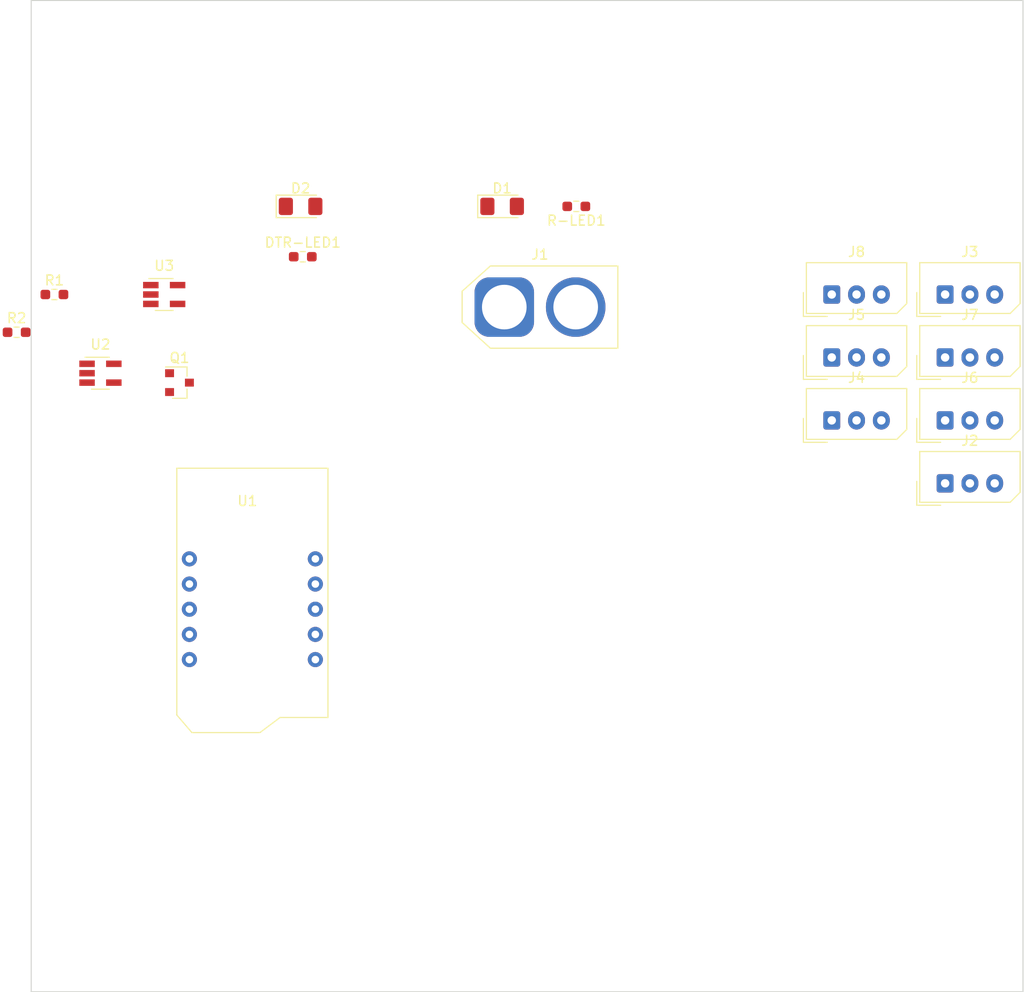
<source format=kicad_pcb>
(kicad_pcb (version 20171130) (host pcbnew 5.1.6-c6e7f7d~87~ubuntu20.04.1)

  (general
    (thickness 1.6)
    (drawings 4)
    (tracks 0)
    (zones 0)
    (modules 18)
    (nets 12)
  )

  (page A4)
  (layers
    (0 F.Cu signal)
    (31 B.Cu signal)
    (32 B.Adhes user)
    (33 F.Adhes user)
    (34 B.Paste user)
    (35 F.Paste user)
    (36 B.SilkS user)
    (37 F.SilkS user)
    (38 B.Mask user)
    (39 F.Mask user)
    (40 Dwgs.User user)
    (41 Cmts.User user)
    (42 Eco1.User user)
    (43 Eco2.User user)
    (44 Edge.Cuts user)
    (45 Margin user)
    (46 B.CrtYd user)
    (47 F.CrtYd user)
    (48 B.Fab user)
    (49 F.Fab user)
  )

  (setup
    (last_trace_width 0.25)
    (trace_clearance 0.2)
    (zone_clearance 0.508)
    (zone_45_only no)
    (trace_min 0.2)
    (via_size 0.8)
    (via_drill 0.4)
    (via_min_size 0.4)
    (via_min_drill 0.3)
    (uvia_size 0.3)
    (uvia_drill 0.1)
    (uvias_allowed no)
    (uvia_min_size 0.2)
    (uvia_min_drill 0.1)
    (edge_width 0.05)
    (segment_width 0.2)
    (pcb_text_width 0.3)
    (pcb_text_size 1.5 1.5)
    (mod_edge_width 0.12)
    (mod_text_size 1 1)
    (mod_text_width 0.15)
    (pad_size 1.524 1.524)
    (pad_drill 0.762)
    (pad_to_mask_clearance 0.05)
    (aux_axis_origin 0 0)
    (visible_elements FFFFFF7F)
    (pcbplotparams
      (layerselection 0x010fc_ffffffff)
      (usegerberextensions false)
      (usegerberattributes true)
      (usegerberadvancedattributes true)
      (creategerberjobfile true)
      (excludeedgelayer true)
      (linewidth 0.100000)
      (plotframeref false)
      (viasonmask false)
      (mode 1)
      (useauxorigin false)
      (hpglpennumber 1)
      (hpglpenspeed 20)
      (hpglpendiameter 15.000000)
      (psnegative false)
      (psa4output false)
      (plotreference true)
      (plotvalue true)
      (plotinvisibletext false)
      (padsonsilk false)
      (subtractmaskfromsilk false)
      (outputformat 1)
      (mirror false)
      (drillshape 1)
      (scaleselection 1)
      (outputdirectory ""))
  )

  (net 0 "")
  (net 1 GND)
  (net 2 "Net-(D1-Pad2)")
  (net 3 +12V)
  (net 4 DATA)
  (net 5 +3V3)
  (net 6 "Net-(Q1-Pad2)")
  (net 7 +5V)
  (net 8 DTR)
  (net 9 TXO)
  (net 10 RXI)
  (net 11 "Net-(D2-Pad2)")

  (net_class Default "This is the default net class."
    (clearance 0.2)
    (trace_width 0.25)
    (via_dia 0.8)
    (via_drill 0.4)
    (uvia_dia 0.3)
    (uvia_drill 0.1)
    (add_net +12V)
    (add_net +3V3)
    (add_net +5V)
    (add_net DATA)
    (add_net DTR)
    (add_net GND)
    (add_net "Net-(D1-Pad2)")
    (add_net "Net-(D2-Pad2)")
    (add_net "Net-(Q1-Pad2)")
    (add_net RXI)
    (add_net TXO)
  )

  (module LED_SMD:LED_1206_3216Metric_Pad1.42x1.75mm_HandSolder (layer F.Cu) (tedit 5F68FEF1) (tstamp 5F717E34)
    (at 139.4825 64.77)
    (descr "LED SMD 1206 (3216 Metric), square (rectangular) end terminal, IPC_7351 nominal, (Body size source: http://www.tortai-tech.com/upload/download/2011102023233369053.pdf), generated with kicad-footprint-generator")
    (tags "LED handsolder")
    (path /5F7126B6)
    (attr smd)
    (fp_text reference D1 (at 0 -1.82) (layer F.SilkS)
      (effects (font (size 1 1) (thickness 0.15)))
    )
    (fp_text value "12V PWR" (at 0 1.82) (layer F.Fab)
      (effects (font (size 1 1) (thickness 0.15)))
    )
    (fp_line (start 1.6 -0.8) (end -1.2 -0.8) (layer F.Fab) (width 0.1))
    (fp_line (start -1.2 -0.8) (end -1.6 -0.4) (layer F.Fab) (width 0.1))
    (fp_line (start -1.6 -0.4) (end -1.6 0.8) (layer F.Fab) (width 0.1))
    (fp_line (start -1.6 0.8) (end 1.6 0.8) (layer F.Fab) (width 0.1))
    (fp_line (start 1.6 0.8) (end 1.6 -0.8) (layer F.Fab) (width 0.1))
    (fp_line (start 1.6 -1.135) (end -2.46 -1.135) (layer F.SilkS) (width 0.12))
    (fp_line (start -2.46 -1.135) (end -2.46 1.135) (layer F.SilkS) (width 0.12))
    (fp_line (start -2.46 1.135) (end 1.6 1.135) (layer F.SilkS) (width 0.12))
    (fp_line (start -2.45 1.12) (end -2.45 -1.12) (layer F.CrtYd) (width 0.05))
    (fp_line (start -2.45 -1.12) (end 2.45 -1.12) (layer F.CrtYd) (width 0.05))
    (fp_line (start 2.45 -1.12) (end 2.45 1.12) (layer F.CrtYd) (width 0.05))
    (fp_line (start 2.45 1.12) (end -2.45 1.12) (layer F.CrtYd) (width 0.05))
    (fp_text user %R (at 0 0) (layer F.Fab)
      (effects (font (size 0.8 0.8) (thickness 0.12)))
    )
    (pad 1 smd roundrect (at -1.4875 0) (size 1.425 1.75) (layers F.Cu F.Paste F.Mask) (roundrect_rratio 0.175439)
      (net 1 GND))
    (pad 2 smd roundrect (at 1.4875 0) (size 1.425 1.75) (layers F.Cu F.Paste F.Mask) (roundrect_rratio 0.175439)
      (net 2 "Net-(D1-Pad2)"))
    (model ${KISYS3DMOD}/LED_SMD.3dshapes/LED_1206_3216Metric.wrl
      (at (xyz 0 0 0))
      (scale (xyz 1 1 1))
      (rotate (xyz 0 0 0))
    )
  )

  (module Connector_AMASS:AMASS_XT60-M_1x02_P7.20mm_Vertical (layer F.Cu) (tedit 5D6C1D36) (tstamp 5F717E4D)
    (at 139.7 74.93)
    (descr "AMASS female XT60, through hole, vertical, https://www.tme.eu/Document/2d152ced3b7a446066e6c419d84bb460/XT60%20SPEC.pdf")
    (tags "XT60 female vertical")
    (path /5F7112AF)
    (fp_text reference J1 (at 3.6 -5.3 180) (layer F.SilkS)
      (effects (font (size 1 1) (thickness 0.15)))
    )
    (fp_text value Conn_01x02 (at 3.6 5.4) (layer F.Fab)
      (effects (font (size 1 1) (thickness 0.15)))
    )
    (fp_line (start -1.6 -4.6) (end 11.85 -4.6) (layer F.CrtYd) (width 0.05))
    (fp_line (start -4.65 -1.85) (end -1.6 -4.6) (layer F.CrtYd) (width 0.05))
    (fp_line (start -4.65 1.85) (end -4.65 -1.85) (layer F.CrtYd) (width 0.05))
    (fp_line (start -1.6 4.6) (end -4.65 1.85) (layer F.CrtYd) (width 0.05))
    (fp_line (start 11.85 4.6) (end -1.6 4.6) (layer F.CrtYd) (width 0.05))
    (fp_line (start 11.85 -4.6) (end 11.85 4.6) (layer F.CrtYd) (width 0.05))
    (fp_line (start 11.35 4.05) (end 11.35 -4.05) (layer F.Fab) (width 0.12))
    (fp_line (start -1.4 4.05) (end 11.35 4.05) (layer F.Fab) (width 0.12))
    (fp_line (start -4.15 1.55) (end -1.4 4.05) (layer F.Fab) (width 0.12))
    (fp_line (start -4.15 -1.55) (end -4.15 1.55) (layer F.Fab) (width 0.12))
    (fp_line (start -1.4 -4.05) (end -4.15 -1.55) (layer F.Fab) (width 0.12))
    (fp_line (start 11.35 -4.05) (end -1.4 -4.05) (layer F.Fab) (width 0.12))
    (fp_line (start -4.25 1.55) (end -1.4 4.15) (layer F.SilkS) (width 0.12))
    (fp_line (start -1.4 -4.15) (end -4.25 -1.6) (layer F.SilkS) (width 0.12))
    (fp_line (start 11.45 4.15) (end 11.45 -4.15) (layer F.SilkS) (width 0.12))
    (fp_line (start -1.4 4.15) (end 11.45 4.15) (layer F.SilkS) (width 0.12))
    (fp_line (start -4.25 -1.6) (end -4.25 1.55) (layer F.SilkS) (width 0.12))
    (fp_line (start 11.45 -4.15) (end -1.4 -4.15) (layer F.SilkS) (width 0.12))
    (fp_text user %R (at 3.6 0.05) (layer F.Fab)
      (effects (font (size 1 1) (thickness 0.15)))
    )
    (pad 2 thru_hole circle (at 7.2 0) (size 6 6) (drill 4.5) (layers *.Cu *.Mask)
      (net 3 +12V))
    (pad 1 thru_hole roundrect (at 0 0) (size 6 6) (drill 4.5) (layers *.Cu *.Mask) (roundrect_rratio 0.25)
      (net 1 GND))
    (model ${KISYS3DMOD}/Connector_AMASS.3dshapes/AMASS_XT60-M_1x02_P7.2mm_Vertical.wrl
      (at (xyz 0 0 0))
      (scale (xyz 1 1 1))
      (rotate (xyz 0 0 0))
    )
  )

  (module Connector_Molex:Molex_SPOX_5267-03A_1x03_P2.50mm_Vertical (layer F.Cu) (tedit 5B7833F7) (tstamp 5F717E68)
    (at 184.15 92.71)
    (descr "Molex SPOX Connector System, 5267-03A, 3 Pins per row (http://www.molex.com/pdm_docs/sd/022035035_sd.pdf), generated with kicad-footprint-generator")
    (tags "connector Molex SPOX side entry")
    (path /5F711BD1)
    (fp_text reference J2 (at 2.5 -4.3) (layer F.SilkS)
      (effects (font (size 1 1) (thickness 0.15)))
    )
    (fp_text value Conn_01x03 (at 2.5 3) (layer F.Fab)
      (effects (font (size 1 1) (thickness 0.15)))
    )
    (fp_line (start -2.45 -3.1) (end -2.45 1.8) (layer F.Fab) (width 0.1))
    (fp_line (start -2.45 1.8) (end 6.45 1.8) (layer F.Fab) (width 0.1))
    (fp_line (start 6.45 1.8) (end 7.45 0.8) (layer F.Fab) (width 0.1))
    (fp_line (start 7.45 0.8) (end 7.45 -3.1) (layer F.Fab) (width 0.1))
    (fp_line (start 7.45 -3.1) (end -2.45 -3.1) (layer F.Fab) (width 0.1))
    (fp_line (start -2.56 -3.21) (end -2.56 1.91) (layer F.SilkS) (width 0.12))
    (fp_line (start -2.56 1.91) (end 6.56 1.91) (layer F.SilkS) (width 0.12))
    (fp_line (start 6.56 1.91) (end 7.56 0.91) (layer F.SilkS) (width 0.12))
    (fp_line (start 7.56 0.91) (end 7.56 -3.21) (layer F.SilkS) (width 0.12))
    (fp_line (start 7.56 -3.21) (end -2.56 -3.21) (layer F.SilkS) (width 0.12))
    (fp_line (start -2.86 -0.2) (end -2.86 2.21) (layer F.SilkS) (width 0.12))
    (fp_line (start -2.86 2.21) (end -0.45 2.21) (layer F.SilkS) (width 0.12))
    (fp_line (start -0.5 1.8) (end 0 1.092893) (layer F.Fab) (width 0.1))
    (fp_line (start 0 1.092893) (end 0.5 1.8) (layer F.Fab) (width 0.1))
    (fp_line (start -2.95 -3.6) (end -2.95 2.3) (layer F.CrtYd) (width 0.05))
    (fp_line (start -2.95 2.3) (end 6.95 2.3) (layer F.CrtYd) (width 0.05))
    (fp_line (start 6.95 2.3) (end 7.95 1.3) (layer F.CrtYd) (width 0.05))
    (fp_line (start 7.95 1.3) (end 7.95 -3.6) (layer F.CrtYd) (width 0.05))
    (fp_line (start 7.95 -3.6) (end -2.95 -3.6) (layer F.CrtYd) (width 0.05))
    (fp_text user %R (at 2.5 -2.4) (layer F.Fab)
      (effects (font (size 1 1) (thickness 0.15)))
    )
    (pad 1 thru_hole roundrect (at 0 0) (size 1.7 1.85) (drill 0.85) (layers *.Cu *.Mask) (roundrect_rratio 0.147059)
      (net 4 DATA))
    (pad 2 thru_hole oval (at 2.5 0) (size 1.7 1.85) (drill 0.85) (layers *.Cu *.Mask)
      (net 3 +12V))
    (pad 3 thru_hole oval (at 5 0) (size 1.7 1.85) (drill 0.85) (layers *.Cu *.Mask)
      (net 1 GND))
    (model ${KISYS3DMOD}/Connector_Molex.3dshapes/Molex_SPOX_5267-03A_1x03_P2.50mm_Vertical.wrl
      (at (xyz 0 0 0))
      (scale (xyz 1 1 1))
      (rotate (xyz 0 0 0))
    )
  )

  (module Connector_Molex:Molex_SPOX_5267-03A_1x03_P2.50mm_Vertical (layer F.Cu) (tedit 5B7833F7) (tstamp 5F717E83)
    (at 184.15 73.66)
    (descr "Molex SPOX Connector System, 5267-03A, 3 Pins per row (http://www.molex.com/pdm_docs/sd/022035035_sd.pdf), generated with kicad-footprint-generator")
    (tags "connector Molex SPOX side entry")
    (path /5F7121D2)
    (fp_text reference J3 (at 2.5 -4.3) (layer F.SilkS)
      (effects (font (size 1 1) (thickness 0.15)))
    )
    (fp_text value Conn_01x03 (at 2.5 3) (layer F.Fab)
      (effects (font (size 1 1) (thickness 0.15)))
    )
    (fp_line (start 7.95 -3.6) (end -2.95 -3.6) (layer F.CrtYd) (width 0.05))
    (fp_line (start 7.95 1.3) (end 7.95 -3.6) (layer F.CrtYd) (width 0.05))
    (fp_line (start 6.95 2.3) (end 7.95 1.3) (layer F.CrtYd) (width 0.05))
    (fp_line (start -2.95 2.3) (end 6.95 2.3) (layer F.CrtYd) (width 0.05))
    (fp_line (start -2.95 -3.6) (end -2.95 2.3) (layer F.CrtYd) (width 0.05))
    (fp_line (start 0 1.092893) (end 0.5 1.8) (layer F.Fab) (width 0.1))
    (fp_line (start -0.5 1.8) (end 0 1.092893) (layer F.Fab) (width 0.1))
    (fp_line (start -2.86 2.21) (end -0.45 2.21) (layer F.SilkS) (width 0.12))
    (fp_line (start -2.86 -0.2) (end -2.86 2.21) (layer F.SilkS) (width 0.12))
    (fp_line (start 7.56 -3.21) (end -2.56 -3.21) (layer F.SilkS) (width 0.12))
    (fp_line (start 7.56 0.91) (end 7.56 -3.21) (layer F.SilkS) (width 0.12))
    (fp_line (start 6.56 1.91) (end 7.56 0.91) (layer F.SilkS) (width 0.12))
    (fp_line (start -2.56 1.91) (end 6.56 1.91) (layer F.SilkS) (width 0.12))
    (fp_line (start -2.56 -3.21) (end -2.56 1.91) (layer F.SilkS) (width 0.12))
    (fp_line (start 7.45 -3.1) (end -2.45 -3.1) (layer F.Fab) (width 0.1))
    (fp_line (start 7.45 0.8) (end 7.45 -3.1) (layer F.Fab) (width 0.1))
    (fp_line (start 6.45 1.8) (end 7.45 0.8) (layer F.Fab) (width 0.1))
    (fp_line (start -2.45 1.8) (end 6.45 1.8) (layer F.Fab) (width 0.1))
    (fp_line (start -2.45 -3.1) (end -2.45 1.8) (layer F.Fab) (width 0.1))
    (fp_text user %R (at 2.5 -2.4) (layer F.Fab)
      (effects (font (size 1 1) (thickness 0.15)))
    )
    (pad 3 thru_hole oval (at 5 0) (size 1.7 1.85) (drill 0.85) (layers *.Cu *.Mask)
      (net 1 GND))
    (pad 2 thru_hole oval (at 2.5 0) (size 1.7 1.85) (drill 0.85) (layers *.Cu *.Mask)
      (net 3 +12V))
    (pad 1 thru_hole roundrect (at 0 0) (size 1.7 1.85) (drill 0.85) (layers *.Cu *.Mask) (roundrect_rratio 0.147059)
      (net 4 DATA))
    (model ${KISYS3DMOD}/Connector_Molex.3dshapes/Molex_SPOX_5267-03A_1x03_P2.50mm_Vertical.wrl
      (at (xyz 0 0 0))
      (scale (xyz 1 1 1))
      (rotate (xyz 0 0 0))
    )
  )

  (module Connector_Molex:Molex_SPOX_5267-03A_1x03_P2.50mm_Vertical (layer F.Cu) (tedit 5B7833F7) (tstamp 5F717E9E)
    (at 172.72 86.36)
    (descr "Molex SPOX Connector System, 5267-03A, 3 Pins per row (http://www.molex.com/pdm_docs/sd/022035035_sd.pdf), generated with kicad-footprint-generator")
    (tags "connector Molex SPOX side entry")
    (path /5F712565)
    (fp_text reference J4 (at 2.5 -4.3) (layer F.SilkS)
      (effects (font (size 1 1) (thickness 0.15)))
    )
    (fp_text value Conn_01x03 (at 2.5 3) (layer F.Fab)
      (effects (font (size 1 1) (thickness 0.15)))
    )
    (fp_line (start -2.45 -3.1) (end -2.45 1.8) (layer F.Fab) (width 0.1))
    (fp_line (start -2.45 1.8) (end 6.45 1.8) (layer F.Fab) (width 0.1))
    (fp_line (start 6.45 1.8) (end 7.45 0.8) (layer F.Fab) (width 0.1))
    (fp_line (start 7.45 0.8) (end 7.45 -3.1) (layer F.Fab) (width 0.1))
    (fp_line (start 7.45 -3.1) (end -2.45 -3.1) (layer F.Fab) (width 0.1))
    (fp_line (start -2.56 -3.21) (end -2.56 1.91) (layer F.SilkS) (width 0.12))
    (fp_line (start -2.56 1.91) (end 6.56 1.91) (layer F.SilkS) (width 0.12))
    (fp_line (start 6.56 1.91) (end 7.56 0.91) (layer F.SilkS) (width 0.12))
    (fp_line (start 7.56 0.91) (end 7.56 -3.21) (layer F.SilkS) (width 0.12))
    (fp_line (start 7.56 -3.21) (end -2.56 -3.21) (layer F.SilkS) (width 0.12))
    (fp_line (start -2.86 -0.2) (end -2.86 2.21) (layer F.SilkS) (width 0.12))
    (fp_line (start -2.86 2.21) (end -0.45 2.21) (layer F.SilkS) (width 0.12))
    (fp_line (start -0.5 1.8) (end 0 1.092893) (layer F.Fab) (width 0.1))
    (fp_line (start 0 1.092893) (end 0.5 1.8) (layer F.Fab) (width 0.1))
    (fp_line (start -2.95 -3.6) (end -2.95 2.3) (layer F.CrtYd) (width 0.05))
    (fp_line (start -2.95 2.3) (end 6.95 2.3) (layer F.CrtYd) (width 0.05))
    (fp_line (start 6.95 2.3) (end 7.95 1.3) (layer F.CrtYd) (width 0.05))
    (fp_line (start 7.95 1.3) (end 7.95 -3.6) (layer F.CrtYd) (width 0.05))
    (fp_line (start 7.95 -3.6) (end -2.95 -3.6) (layer F.CrtYd) (width 0.05))
    (fp_text user %R (at 2.5 -2.4) (layer F.Fab)
      (effects (font (size 1 1) (thickness 0.15)))
    )
    (pad 1 thru_hole roundrect (at 0 0) (size 1.7 1.85) (drill 0.85) (layers *.Cu *.Mask) (roundrect_rratio 0.147059)
      (net 4 DATA))
    (pad 2 thru_hole oval (at 2.5 0) (size 1.7 1.85) (drill 0.85) (layers *.Cu *.Mask)
      (net 3 +12V))
    (pad 3 thru_hole oval (at 5 0) (size 1.7 1.85) (drill 0.85) (layers *.Cu *.Mask)
      (net 1 GND))
    (model ${KISYS3DMOD}/Connector_Molex.3dshapes/Molex_SPOX_5267-03A_1x03_P2.50mm_Vertical.wrl
      (at (xyz 0 0 0))
      (scale (xyz 1 1 1))
      (rotate (xyz 0 0 0))
    )
  )

  (module Connector_Molex:Molex_SPOX_5267-03A_1x03_P2.50mm_Vertical (layer F.Cu) (tedit 5B7833F7) (tstamp 5F717EB9)
    (at 172.72 80.01)
    (descr "Molex SPOX Connector System, 5267-03A, 3 Pins per row (http://www.molex.com/pdm_docs/sd/022035035_sd.pdf), generated with kicad-footprint-generator")
    (tags "connector Molex SPOX side entry")
    (path /5F712A55)
    (fp_text reference J5 (at 2.5 -4.3) (layer F.SilkS)
      (effects (font (size 1 1) (thickness 0.15)))
    )
    (fp_text value Conn_01x03 (at 2.5 3) (layer F.Fab)
      (effects (font (size 1 1) (thickness 0.15)))
    )
    (fp_line (start 7.95 -3.6) (end -2.95 -3.6) (layer F.CrtYd) (width 0.05))
    (fp_line (start 7.95 1.3) (end 7.95 -3.6) (layer F.CrtYd) (width 0.05))
    (fp_line (start 6.95 2.3) (end 7.95 1.3) (layer F.CrtYd) (width 0.05))
    (fp_line (start -2.95 2.3) (end 6.95 2.3) (layer F.CrtYd) (width 0.05))
    (fp_line (start -2.95 -3.6) (end -2.95 2.3) (layer F.CrtYd) (width 0.05))
    (fp_line (start 0 1.092893) (end 0.5 1.8) (layer F.Fab) (width 0.1))
    (fp_line (start -0.5 1.8) (end 0 1.092893) (layer F.Fab) (width 0.1))
    (fp_line (start -2.86 2.21) (end -0.45 2.21) (layer F.SilkS) (width 0.12))
    (fp_line (start -2.86 -0.2) (end -2.86 2.21) (layer F.SilkS) (width 0.12))
    (fp_line (start 7.56 -3.21) (end -2.56 -3.21) (layer F.SilkS) (width 0.12))
    (fp_line (start 7.56 0.91) (end 7.56 -3.21) (layer F.SilkS) (width 0.12))
    (fp_line (start 6.56 1.91) (end 7.56 0.91) (layer F.SilkS) (width 0.12))
    (fp_line (start -2.56 1.91) (end 6.56 1.91) (layer F.SilkS) (width 0.12))
    (fp_line (start -2.56 -3.21) (end -2.56 1.91) (layer F.SilkS) (width 0.12))
    (fp_line (start 7.45 -3.1) (end -2.45 -3.1) (layer F.Fab) (width 0.1))
    (fp_line (start 7.45 0.8) (end 7.45 -3.1) (layer F.Fab) (width 0.1))
    (fp_line (start 6.45 1.8) (end 7.45 0.8) (layer F.Fab) (width 0.1))
    (fp_line (start -2.45 1.8) (end 6.45 1.8) (layer F.Fab) (width 0.1))
    (fp_line (start -2.45 -3.1) (end -2.45 1.8) (layer F.Fab) (width 0.1))
    (fp_text user %R (at 2.5 -2.4) (layer F.Fab)
      (effects (font (size 1 1) (thickness 0.15)))
    )
    (pad 3 thru_hole oval (at 5 0) (size 1.7 1.85) (drill 0.85) (layers *.Cu *.Mask)
      (net 1 GND))
    (pad 2 thru_hole oval (at 2.5 0) (size 1.7 1.85) (drill 0.85) (layers *.Cu *.Mask)
      (net 3 +12V))
    (pad 1 thru_hole roundrect (at 0 0) (size 1.7 1.85) (drill 0.85) (layers *.Cu *.Mask) (roundrect_rratio 0.147059)
      (net 4 DATA))
    (model ${KISYS3DMOD}/Connector_Molex.3dshapes/Molex_SPOX_5267-03A_1x03_P2.50mm_Vertical.wrl
      (at (xyz 0 0 0))
      (scale (xyz 1 1 1))
      (rotate (xyz 0 0 0))
    )
  )

  (module Connector_Molex:Molex_SPOX_5267-03A_1x03_P2.50mm_Vertical (layer F.Cu) (tedit 5B7833F7) (tstamp 5F717ED4)
    (at 184.15 86.36)
    (descr "Molex SPOX Connector System, 5267-03A, 3 Pins per row (http://www.molex.com/pdm_docs/sd/022035035_sd.pdf), generated with kicad-footprint-generator")
    (tags "connector Molex SPOX side entry")
    (path /5F713037)
    (fp_text reference J6 (at 2.5 -4.3) (layer F.SilkS)
      (effects (font (size 1 1) (thickness 0.15)))
    )
    (fp_text value Conn_01x03 (at 2.5 3) (layer F.Fab)
      (effects (font (size 1 1) (thickness 0.15)))
    )
    (fp_line (start -2.45 -3.1) (end -2.45 1.8) (layer F.Fab) (width 0.1))
    (fp_line (start -2.45 1.8) (end 6.45 1.8) (layer F.Fab) (width 0.1))
    (fp_line (start 6.45 1.8) (end 7.45 0.8) (layer F.Fab) (width 0.1))
    (fp_line (start 7.45 0.8) (end 7.45 -3.1) (layer F.Fab) (width 0.1))
    (fp_line (start 7.45 -3.1) (end -2.45 -3.1) (layer F.Fab) (width 0.1))
    (fp_line (start -2.56 -3.21) (end -2.56 1.91) (layer F.SilkS) (width 0.12))
    (fp_line (start -2.56 1.91) (end 6.56 1.91) (layer F.SilkS) (width 0.12))
    (fp_line (start 6.56 1.91) (end 7.56 0.91) (layer F.SilkS) (width 0.12))
    (fp_line (start 7.56 0.91) (end 7.56 -3.21) (layer F.SilkS) (width 0.12))
    (fp_line (start 7.56 -3.21) (end -2.56 -3.21) (layer F.SilkS) (width 0.12))
    (fp_line (start -2.86 -0.2) (end -2.86 2.21) (layer F.SilkS) (width 0.12))
    (fp_line (start -2.86 2.21) (end -0.45 2.21) (layer F.SilkS) (width 0.12))
    (fp_line (start -0.5 1.8) (end 0 1.092893) (layer F.Fab) (width 0.1))
    (fp_line (start 0 1.092893) (end 0.5 1.8) (layer F.Fab) (width 0.1))
    (fp_line (start -2.95 -3.6) (end -2.95 2.3) (layer F.CrtYd) (width 0.05))
    (fp_line (start -2.95 2.3) (end 6.95 2.3) (layer F.CrtYd) (width 0.05))
    (fp_line (start 6.95 2.3) (end 7.95 1.3) (layer F.CrtYd) (width 0.05))
    (fp_line (start 7.95 1.3) (end 7.95 -3.6) (layer F.CrtYd) (width 0.05))
    (fp_line (start 7.95 -3.6) (end -2.95 -3.6) (layer F.CrtYd) (width 0.05))
    (fp_text user %R (at 2.5 -2.4) (layer F.Fab)
      (effects (font (size 1 1) (thickness 0.15)))
    )
    (pad 1 thru_hole roundrect (at 0 0) (size 1.7 1.85) (drill 0.85) (layers *.Cu *.Mask) (roundrect_rratio 0.147059)
      (net 4 DATA))
    (pad 2 thru_hole oval (at 2.5 0) (size 1.7 1.85) (drill 0.85) (layers *.Cu *.Mask)
      (net 3 +12V))
    (pad 3 thru_hole oval (at 5 0) (size 1.7 1.85) (drill 0.85) (layers *.Cu *.Mask)
      (net 1 GND))
    (model ${KISYS3DMOD}/Connector_Molex.3dshapes/Molex_SPOX_5267-03A_1x03_P2.50mm_Vertical.wrl
      (at (xyz 0 0 0))
      (scale (xyz 1 1 1))
      (rotate (xyz 0 0 0))
    )
  )

  (module Connector_Molex:Molex_SPOX_5267-03A_1x03_P2.50mm_Vertical (layer F.Cu) (tedit 5B7833F7) (tstamp 5F717EEF)
    (at 184.15 80.01)
    (descr "Molex SPOX Connector System, 5267-03A, 3 Pins per row (http://www.molex.com/pdm_docs/sd/022035035_sd.pdf), generated with kicad-footprint-generator")
    (tags "connector Molex SPOX side entry")
    (path /5F7133F1)
    (fp_text reference J7 (at 2.5 -4.3) (layer F.SilkS)
      (effects (font (size 1 1) (thickness 0.15)))
    )
    (fp_text value Conn_01x03 (at 2.5 3) (layer F.Fab)
      (effects (font (size 1 1) (thickness 0.15)))
    )
    (fp_line (start 7.95 -3.6) (end -2.95 -3.6) (layer F.CrtYd) (width 0.05))
    (fp_line (start 7.95 1.3) (end 7.95 -3.6) (layer F.CrtYd) (width 0.05))
    (fp_line (start 6.95 2.3) (end 7.95 1.3) (layer F.CrtYd) (width 0.05))
    (fp_line (start -2.95 2.3) (end 6.95 2.3) (layer F.CrtYd) (width 0.05))
    (fp_line (start -2.95 -3.6) (end -2.95 2.3) (layer F.CrtYd) (width 0.05))
    (fp_line (start 0 1.092893) (end 0.5 1.8) (layer F.Fab) (width 0.1))
    (fp_line (start -0.5 1.8) (end 0 1.092893) (layer F.Fab) (width 0.1))
    (fp_line (start -2.86 2.21) (end -0.45 2.21) (layer F.SilkS) (width 0.12))
    (fp_line (start -2.86 -0.2) (end -2.86 2.21) (layer F.SilkS) (width 0.12))
    (fp_line (start 7.56 -3.21) (end -2.56 -3.21) (layer F.SilkS) (width 0.12))
    (fp_line (start 7.56 0.91) (end 7.56 -3.21) (layer F.SilkS) (width 0.12))
    (fp_line (start 6.56 1.91) (end 7.56 0.91) (layer F.SilkS) (width 0.12))
    (fp_line (start -2.56 1.91) (end 6.56 1.91) (layer F.SilkS) (width 0.12))
    (fp_line (start -2.56 -3.21) (end -2.56 1.91) (layer F.SilkS) (width 0.12))
    (fp_line (start 7.45 -3.1) (end -2.45 -3.1) (layer F.Fab) (width 0.1))
    (fp_line (start 7.45 0.8) (end 7.45 -3.1) (layer F.Fab) (width 0.1))
    (fp_line (start 6.45 1.8) (end 7.45 0.8) (layer F.Fab) (width 0.1))
    (fp_line (start -2.45 1.8) (end 6.45 1.8) (layer F.Fab) (width 0.1))
    (fp_line (start -2.45 -3.1) (end -2.45 1.8) (layer F.Fab) (width 0.1))
    (fp_text user %R (at 2.5 -2.4) (layer F.Fab)
      (effects (font (size 1 1) (thickness 0.15)))
    )
    (pad 3 thru_hole oval (at 5 0) (size 1.7 1.85) (drill 0.85) (layers *.Cu *.Mask)
      (net 1 GND))
    (pad 2 thru_hole oval (at 2.5 0) (size 1.7 1.85) (drill 0.85) (layers *.Cu *.Mask)
      (net 3 +12V))
    (pad 1 thru_hole roundrect (at 0 0) (size 1.7 1.85) (drill 0.85) (layers *.Cu *.Mask) (roundrect_rratio 0.147059)
      (net 4 DATA))
    (model ${KISYS3DMOD}/Connector_Molex.3dshapes/Molex_SPOX_5267-03A_1x03_P2.50mm_Vertical.wrl
      (at (xyz 0 0 0))
      (scale (xyz 1 1 1))
      (rotate (xyz 0 0 0))
    )
  )

  (module Connector_Molex:Molex_SPOX_5267-03A_1x03_P2.50mm_Vertical (layer F.Cu) (tedit 5B7833F7) (tstamp 5F717F0A)
    (at 172.72 73.66)
    (descr "Molex SPOX Connector System, 5267-03A, 3 Pins per row (http://www.molex.com/pdm_docs/sd/022035035_sd.pdf), generated with kicad-footprint-generator")
    (tags "connector Molex SPOX side entry")
    (path /5F7138A2)
    (fp_text reference J8 (at 2.5 -4.3) (layer F.SilkS)
      (effects (font (size 1 1) (thickness 0.15)))
    )
    (fp_text value Conn_01x03 (at 2.5 3) (layer F.Fab)
      (effects (font (size 1 1) (thickness 0.15)))
    )
    (fp_line (start -2.45 -3.1) (end -2.45 1.8) (layer F.Fab) (width 0.1))
    (fp_line (start -2.45 1.8) (end 6.45 1.8) (layer F.Fab) (width 0.1))
    (fp_line (start 6.45 1.8) (end 7.45 0.8) (layer F.Fab) (width 0.1))
    (fp_line (start 7.45 0.8) (end 7.45 -3.1) (layer F.Fab) (width 0.1))
    (fp_line (start 7.45 -3.1) (end -2.45 -3.1) (layer F.Fab) (width 0.1))
    (fp_line (start -2.56 -3.21) (end -2.56 1.91) (layer F.SilkS) (width 0.12))
    (fp_line (start -2.56 1.91) (end 6.56 1.91) (layer F.SilkS) (width 0.12))
    (fp_line (start 6.56 1.91) (end 7.56 0.91) (layer F.SilkS) (width 0.12))
    (fp_line (start 7.56 0.91) (end 7.56 -3.21) (layer F.SilkS) (width 0.12))
    (fp_line (start 7.56 -3.21) (end -2.56 -3.21) (layer F.SilkS) (width 0.12))
    (fp_line (start -2.86 -0.2) (end -2.86 2.21) (layer F.SilkS) (width 0.12))
    (fp_line (start -2.86 2.21) (end -0.45 2.21) (layer F.SilkS) (width 0.12))
    (fp_line (start -0.5 1.8) (end 0 1.092893) (layer F.Fab) (width 0.1))
    (fp_line (start 0 1.092893) (end 0.5 1.8) (layer F.Fab) (width 0.1))
    (fp_line (start -2.95 -3.6) (end -2.95 2.3) (layer F.CrtYd) (width 0.05))
    (fp_line (start -2.95 2.3) (end 6.95 2.3) (layer F.CrtYd) (width 0.05))
    (fp_line (start 6.95 2.3) (end 7.95 1.3) (layer F.CrtYd) (width 0.05))
    (fp_line (start 7.95 1.3) (end 7.95 -3.6) (layer F.CrtYd) (width 0.05))
    (fp_line (start 7.95 -3.6) (end -2.95 -3.6) (layer F.CrtYd) (width 0.05))
    (fp_text user %R (at 2.5 -2.4) (layer F.Fab)
      (effects (font (size 1 1) (thickness 0.15)))
    )
    (pad 1 thru_hole roundrect (at 0 0) (size 1.7 1.85) (drill 0.85) (layers *.Cu *.Mask) (roundrect_rratio 0.147059)
      (net 4 DATA))
    (pad 2 thru_hole oval (at 2.5 0) (size 1.7 1.85) (drill 0.85) (layers *.Cu *.Mask)
      (net 3 +12V))
    (pad 3 thru_hole oval (at 5 0) (size 1.7 1.85) (drill 0.85) (layers *.Cu *.Mask)
      (net 1 GND))
    (model ${KISYS3DMOD}/Connector_Molex.3dshapes/Molex_SPOX_5267-03A_1x03_P2.50mm_Vertical.wrl
      (at (xyz 0 0 0))
      (scale (xyz 1 1 1))
      (rotate (xyz 0 0 0))
    )
  )

  (module Package_TO_SOT_SMD:SOT-23 (layer F.Cu) (tedit 5A02FF57) (tstamp 5F717F1F)
    (at 106.95 82.55)
    (descr "SOT-23, Standard")
    (tags SOT-23)
    (path /5F717CAB)
    (attr smd)
    (fp_text reference Q1 (at 0 -2.5) (layer F.SilkS)
      (effects (font (size 1 1) (thickness 0.15)))
    )
    (fp_text value BSS138 (at 0 2.5) (layer F.Fab)
      (effects (font (size 1 1) (thickness 0.15)))
    )
    (fp_line (start -0.7 -0.95) (end -0.7 1.5) (layer F.Fab) (width 0.1))
    (fp_line (start -0.15 -1.52) (end 0.7 -1.52) (layer F.Fab) (width 0.1))
    (fp_line (start -0.7 -0.95) (end -0.15 -1.52) (layer F.Fab) (width 0.1))
    (fp_line (start 0.7 -1.52) (end 0.7 1.52) (layer F.Fab) (width 0.1))
    (fp_line (start -0.7 1.52) (end 0.7 1.52) (layer F.Fab) (width 0.1))
    (fp_line (start 0.76 1.58) (end 0.76 0.65) (layer F.SilkS) (width 0.12))
    (fp_line (start 0.76 -1.58) (end 0.76 -0.65) (layer F.SilkS) (width 0.12))
    (fp_line (start -1.7 -1.75) (end 1.7 -1.75) (layer F.CrtYd) (width 0.05))
    (fp_line (start 1.7 -1.75) (end 1.7 1.75) (layer F.CrtYd) (width 0.05))
    (fp_line (start 1.7 1.75) (end -1.7 1.75) (layer F.CrtYd) (width 0.05))
    (fp_line (start -1.7 1.75) (end -1.7 -1.75) (layer F.CrtYd) (width 0.05))
    (fp_line (start 0.76 -1.58) (end -1.4 -1.58) (layer F.SilkS) (width 0.12))
    (fp_line (start 0.76 1.58) (end -0.7 1.58) (layer F.SilkS) (width 0.12))
    (fp_text user %R (at 0 0 90) (layer F.Fab)
      (effects (font (size 0.5 0.5) (thickness 0.075)))
    )
    (pad 1 smd rect (at -1 -0.95) (size 0.9 0.8) (layers F.Cu F.Paste F.Mask)
      (net 5 +3V3))
    (pad 2 smd rect (at -1 0.95) (size 0.9 0.8) (layers F.Cu F.Paste F.Mask)
      (net 6 "Net-(Q1-Pad2)"))
    (pad 3 smd rect (at 1 0) (size 0.9 0.8) (layers F.Cu F.Paste F.Mask)
      (net 4 DATA))
    (model ${KISYS3DMOD}/Package_TO_SOT_SMD.3dshapes/SOT-23.wrl
      (at (xyz 0 0 0))
      (scale (xyz 1 1 1))
      (rotate (xyz 0 0 0))
    )
  )

  (module Resistor_SMD:R_0603_1608Metric_Pad0.98x0.95mm_HandSolder (layer F.Cu) (tedit 5F68FEEE) (tstamp 5F717F30)
    (at 94.3375 73.66)
    (descr "Resistor SMD 0603 (1608 Metric), square (rectangular) end terminal, IPC_7351 nominal with elongated pad for handsoldering. (Body size source: IPC-SM-782 page 72, https://www.pcb-3d.com/wordpress/wp-content/uploads/ipc-sm-782a_amendment_1_and_2.pdf), generated with kicad-footprint-generator")
    (tags "resistor handsolder")
    (path /5F71C061)
    (attr smd)
    (fp_text reference R1 (at 0 -1.43) (layer F.SilkS)
      (effects (font (size 1 1) (thickness 0.15)))
    )
    (fp_text value 10K (at 0 1.43) (layer F.Fab)
      (effects (font (size 1 1) (thickness 0.15)))
    )
    (fp_line (start -0.8 0.4125) (end -0.8 -0.4125) (layer F.Fab) (width 0.1))
    (fp_line (start -0.8 -0.4125) (end 0.8 -0.4125) (layer F.Fab) (width 0.1))
    (fp_line (start 0.8 -0.4125) (end 0.8 0.4125) (layer F.Fab) (width 0.1))
    (fp_line (start 0.8 0.4125) (end -0.8 0.4125) (layer F.Fab) (width 0.1))
    (fp_line (start -0.254724 -0.5225) (end 0.254724 -0.5225) (layer F.SilkS) (width 0.12))
    (fp_line (start -0.254724 0.5225) (end 0.254724 0.5225) (layer F.SilkS) (width 0.12))
    (fp_line (start -1.65 0.73) (end -1.65 -0.73) (layer F.CrtYd) (width 0.05))
    (fp_line (start -1.65 -0.73) (end 1.65 -0.73) (layer F.CrtYd) (width 0.05))
    (fp_line (start 1.65 -0.73) (end 1.65 0.73) (layer F.CrtYd) (width 0.05))
    (fp_line (start 1.65 0.73) (end -1.65 0.73) (layer F.CrtYd) (width 0.05))
    (fp_text user %R (at 0 0) (layer F.Fab)
      (effects (font (size 0.4 0.4) (thickness 0.06)))
    )
    (pad 1 smd roundrect (at -0.9125 0) (size 0.975 0.95) (layers F.Cu F.Paste F.Mask) (roundrect_rratio 0.25)
      (net 5 +3V3))
    (pad 2 smd roundrect (at 0.9125 0) (size 0.975 0.95) (layers F.Cu F.Paste F.Mask) (roundrect_rratio 0.25)
      (net 6 "Net-(Q1-Pad2)"))
    (model ${KISYS3DMOD}/Resistor_SMD.3dshapes/R_0603_1608Metric.wrl
      (at (xyz 0 0 0))
      (scale (xyz 1 1 1))
      (rotate (xyz 0 0 0))
    )
  )

  (module Resistor_SMD:R_0603_1608Metric_Pad0.98x0.95mm_HandSolder (layer F.Cu) (tedit 5F68FEEE) (tstamp 5F717F41)
    (at 90.5275 77.47)
    (descr "Resistor SMD 0603 (1608 Metric), square (rectangular) end terminal, IPC_7351 nominal with elongated pad for handsoldering. (Body size source: IPC-SM-782 page 72, https://www.pcb-3d.com/wordpress/wp-content/uploads/ipc-sm-782a_amendment_1_and_2.pdf), generated with kicad-footprint-generator")
    (tags "resistor handsolder")
    (path /5F71CB7D)
    (attr smd)
    (fp_text reference R2 (at 0 -1.43) (layer F.SilkS)
      (effects (font (size 1 1) (thickness 0.15)))
    )
    (fp_text value 10K (at 0 1.43) (layer F.Fab)
      (effects (font (size 1 1) (thickness 0.15)))
    )
    (fp_line (start 1.65 0.73) (end -1.65 0.73) (layer F.CrtYd) (width 0.05))
    (fp_line (start 1.65 -0.73) (end 1.65 0.73) (layer F.CrtYd) (width 0.05))
    (fp_line (start -1.65 -0.73) (end 1.65 -0.73) (layer F.CrtYd) (width 0.05))
    (fp_line (start -1.65 0.73) (end -1.65 -0.73) (layer F.CrtYd) (width 0.05))
    (fp_line (start -0.254724 0.5225) (end 0.254724 0.5225) (layer F.SilkS) (width 0.12))
    (fp_line (start -0.254724 -0.5225) (end 0.254724 -0.5225) (layer F.SilkS) (width 0.12))
    (fp_line (start 0.8 0.4125) (end -0.8 0.4125) (layer F.Fab) (width 0.1))
    (fp_line (start 0.8 -0.4125) (end 0.8 0.4125) (layer F.Fab) (width 0.1))
    (fp_line (start -0.8 -0.4125) (end 0.8 -0.4125) (layer F.Fab) (width 0.1))
    (fp_line (start -0.8 0.4125) (end -0.8 -0.4125) (layer F.Fab) (width 0.1))
    (fp_text user %R (at 0 0) (layer F.Fab)
      (effects (font (size 0.4 0.4) (thickness 0.06)))
    )
    (pad 2 smd roundrect (at 0.9125 0) (size 0.975 0.95) (layers F.Cu F.Paste F.Mask) (roundrect_rratio 0.25)
      (net 4 DATA))
    (pad 1 smd roundrect (at -0.9125 0) (size 0.975 0.95) (layers F.Cu F.Paste F.Mask) (roundrect_rratio 0.25)
      (net 7 +5V))
    (model ${KISYS3DMOD}/Resistor_SMD.3dshapes/R_0603_1608Metric.wrl
      (at (xyz 0 0 0))
      (scale (xyz 1 1 1))
      (rotate (xyz 0 0 0))
    )
  )

  (module Resistor_SMD:R_0603_1608Metric_Pad0.98x0.95mm_HandSolder (layer F.Cu) (tedit 5F68FEEE) (tstamp 5F717F52)
    (at 146.9625 64.77 180)
    (descr "Resistor SMD 0603 (1608 Metric), square (rectangular) end terminal, IPC_7351 nominal with elongated pad for handsoldering. (Body size source: IPC-SM-782 page 72, https://www.pcb-3d.com/wordpress/wp-content/uploads/ipc-sm-782a_amendment_1_and_2.pdf), generated with kicad-footprint-generator")
    (tags "resistor handsolder")
    (path /5F73173C)
    (attr smd)
    (fp_text reference R-LED1 (at 0 -1.43) (layer F.SilkS)
      (effects (font (size 1 1) (thickness 0.15)))
    )
    (fp_text value 10K (at 0 1.43) (layer F.Fab)
      (effects (font (size 1 1) (thickness 0.15)))
    )
    (fp_line (start -0.8 0.4125) (end -0.8 -0.4125) (layer F.Fab) (width 0.1))
    (fp_line (start -0.8 -0.4125) (end 0.8 -0.4125) (layer F.Fab) (width 0.1))
    (fp_line (start 0.8 -0.4125) (end 0.8 0.4125) (layer F.Fab) (width 0.1))
    (fp_line (start 0.8 0.4125) (end -0.8 0.4125) (layer F.Fab) (width 0.1))
    (fp_line (start -0.254724 -0.5225) (end 0.254724 -0.5225) (layer F.SilkS) (width 0.12))
    (fp_line (start -0.254724 0.5225) (end 0.254724 0.5225) (layer F.SilkS) (width 0.12))
    (fp_line (start -1.65 0.73) (end -1.65 -0.73) (layer F.CrtYd) (width 0.05))
    (fp_line (start -1.65 -0.73) (end 1.65 -0.73) (layer F.CrtYd) (width 0.05))
    (fp_line (start 1.65 -0.73) (end 1.65 0.73) (layer F.CrtYd) (width 0.05))
    (fp_line (start 1.65 0.73) (end -1.65 0.73) (layer F.CrtYd) (width 0.05))
    (fp_text user %R (at 0 0) (layer F.Fab)
      (effects (font (size 0.4 0.4) (thickness 0.06)))
    )
    (pad 1 smd roundrect (at -0.9125 0 180) (size 0.975 0.95) (layers F.Cu F.Paste F.Mask) (roundrect_rratio 0.25)
      (net 3 +12V))
    (pad 2 smd roundrect (at 0.9125 0 180) (size 0.975 0.95) (layers F.Cu F.Paste F.Mask) (roundrect_rratio 0.25)
      (net 2 "Net-(D1-Pad2)"))
    (model ${KISYS3DMOD}/Resistor_SMD.3dshapes/R_0603_1608Metric.wrl
      (at (xyz 0 0 0))
      (scale (xyz 1 1 1))
      (rotate (xyz 0 0 0))
    )
  )

  (module adafruit_triket:adafruit-trinket-m0 (layer F.Cu) (tedit 5F6A6783) (tstamp 5F717F6B)
    (at 107.95 100.33)
    (path /5F72B97E)
    (fp_text reference U1 (at 5.842 -5.842) (layer F.SilkS)
      (effects (font (size 1 1) (thickness 0.15)))
    )
    (fp_text value Adafruit-Trinket-M0 (at 6.35 14.478) (layer F.Fab)
      (effects (font (size 1 1) (thickness 0.15)))
    )
    (fp_line (start 13.97 17.526) (end 13.97 -9.144) (layer F.Fab) (width 0.1016))
    (fp_line (start -1.27 17.526) (end -1.27 -9.144) (layer F.Fab) (width 0.1016))
    (fp_line (start -1.27 -9.144) (end 13.97 -9.144) (layer F.Fab) (width 0.12))
    (fp_line (start -1.27 17.526) (end 13.97 17.526) (layer F.Fab) (width 0.12))
    (fp_line (start -1.27 -9.144) (end 13.97 -9.144) (layer F.SilkS) (width 0.12))
    (fp_line (start 13.97 -9.144) (end 13.97 16.002) (layer F.SilkS) (width 0.12))
    (fp_line (start 13.97 16.002) (end 9.144 16.002) (layer F.SilkS) (width 0.12))
    (fp_line (start 9.144 16.002) (end 7.112 17.526) (layer F.SilkS) (width 0.12))
    (fp_line (start 7.112 17.526) (end 0.254 17.526) (layer F.SilkS) (width 0.12))
    (fp_line (start 0.254 17.526) (end -1.27 15.748) (layer F.SilkS) (width 0.12))
    (fp_line (start -1.27 15.748) (end -1.27 -9.144) (layer F.SilkS) (width 0.12))
    (pad 1 thru_hole circle (at 12.7 10.16) (size 1.524 1.524) (drill 0.762) (layers *.Cu *.Mask)
      (net 5 +3V3))
    (pad 2 thru_hole circle (at 12.7 7.62) (size 1.524 1.524) (drill 0.762) (layers *.Cu *.Mask))
    (pad 3 thru_hole circle (at 12.7 5.08) (size 1.524 1.524) (drill 0.762) (layers *.Cu *.Mask)
      (net 8 DTR))
    (pad 4 thru_hole circle (at 12.7 2.54) (size 1.524 1.524) (drill 0.762) (layers *.Cu *.Mask))
    (pad 5 thru_hole circle (at 12.7 0) (size 1.524 1.524) (drill 0.762) (layers *.Cu *.Mask)
      (net 7 +5V))
    (pad 10 thru_hole circle (at 0 0) (size 1.524 1.524) (drill 0.762) (layers *.Cu *.Mask))
    (pad 9 thru_hole circle (at 0 2.54) (size 1.524 1.524) (drill 0.762) (layers *.Cu *.Mask)
      (net 1 GND))
    (pad 8 thru_hole circle (at 0 5.08) (size 1.524 1.524) (drill 0.762) (layers *.Cu *.Mask)
      (net 9 TXO))
    (pad 7 thru_hole circle (at 0 7.62) (size 1.524 1.524) (drill 0.762) (layers *.Cu *.Mask)
      (net 10 RXI))
    (pad 6 thru_hole circle (at 0 10.16) (size 1.524 1.524) (drill 0.762) (layers *.Cu *.Mask))
  )

  (module Package_TO_SOT_SMD:SOT-23-5_HandSoldering (layer F.Cu) (tedit 5A0AB76C) (tstamp 5F717F80)
    (at 98.98 81.6)
    (descr "5-pin SOT23 package")
    (tags "SOT-23-5 hand-soldering")
    (path /5F7728A6)
    (attr smd)
    (fp_text reference U2 (at 0 -2.9) (layer F.SilkS)
      (effects (font (size 1 1) (thickness 0.15)))
    )
    (fp_text value 74LVC1G126 (at 0 2.9) (layer F.Fab)
      (effects (font (size 1 1) (thickness 0.15)))
    )
    (fp_line (start -0.9 1.61) (end 0.9 1.61) (layer F.SilkS) (width 0.12))
    (fp_line (start 0.9 -1.61) (end -1.55 -1.61) (layer F.SilkS) (width 0.12))
    (fp_line (start -0.9 -0.9) (end -0.25 -1.55) (layer F.Fab) (width 0.1))
    (fp_line (start 0.9 -1.55) (end -0.25 -1.55) (layer F.Fab) (width 0.1))
    (fp_line (start -0.9 -0.9) (end -0.9 1.55) (layer F.Fab) (width 0.1))
    (fp_line (start 0.9 1.55) (end -0.9 1.55) (layer F.Fab) (width 0.1))
    (fp_line (start 0.9 -1.55) (end 0.9 1.55) (layer F.Fab) (width 0.1))
    (fp_line (start -2.38 -1.8) (end 2.38 -1.8) (layer F.CrtYd) (width 0.05))
    (fp_line (start -2.38 -1.8) (end -2.38 1.8) (layer F.CrtYd) (width 0.05))
    (fp_line (start 2.38 1.8) (end 2.38 -1.8) (layer F.CrtYd) (width 0.05))
    (fp_line (start 2.38 1.8) (end -2.38 1.8) (layer F.CrtYd) (width 0.05))
    (fp_text user %R (at 0 0 90) (layer F.Fab)
      (effects (font (size 0.5 0.5) (thickness 0.075)))
    )
    (pad 1 smd rect (at -1.35 -0.95) (size 1.56 0.65) (layers F.Cu F.Paste F.Mask)
      (net 8 DTR))
    (pad 2 smd rect (at -1.35 0) (size 1.56 0.65) (layers F.Cu F.Paste F.Mask)
      (net 9 TXO))
    (pad 3 smd rect (at -1.35 0.95) (size 1.56 0.65) (layers F.Cu F.Paste F.Mask)
      (net 1 GND))
    (pad 4 smd rect (at 1.35 0.95) (size 1.56 0.65) (layers F.Cu F.Paste F.Mask)
      (net 6 "Net-(Q1-Pad2)"))
    (pad 5 smd rect (at 1.35 -0.95) (size 1.56 0.65) (layers F.Cu F.Paste F.Mask)
      (net 5 +3V3))
    (model ${KISYS3DMOD}/Package_TO_SOT_SMD.3dshapes/SOT-23-5.wrl
      (at (xyz 0 0 0))
      (scale (xyz 1 1 1))
      (rotate (xyz 0 0 0))
    )
  )

  (module Package_TO_SOT_SMD:SOT-23-5_HandSoldering (layer F.Cu) (tedit 5A0AB76C) (tstamp 5F717F95)
    (at 105.41 73.66)
    (descr "5-pin SOT23 package")
    (tags "SOT-23-5 hand-soldering")
    (path /5F773294)
    (attr smd)
    (fp_text reference U3 (at 0 -2.9) (layer F.SilkS)
      (effects (font (size 1 1) (thickness 0.15)))
    )
    (fp_text value 74LVC1G125 (at 0 2.9) (layer F.Fab)
      (effects (font (size 1 1) (thickness 0.15)))
    )
    (fp_line (start 2.38 1.8) (end -2.38 1.8) (layer F.CrtYd) (width 0.05))
    (fp_line (start 2.38 1.8) (end 2.38 -1.8) (layer F.CrtYd) (width 0.05))
    (fp_line (start -2.38 -1.8) (end -2.38 1.8) (layer F.CrtYd) (width 0.05))
    (fp_line (start -2.38 -1.8) (end 2.38 -1.8) (layer F.CrtYd) (width 0.05))
    (fp_line (start 0.9 -1.55) (end 0.9 1.55) (layer F.Fab) (width 0.1))
    (fp_line (start 0.9 1.55) (end -0.9 1.55) (layer F.Fab) (width 0.1))
    (fp_line (start -0.9 -0.9) (end -0.9 1.55) (layer F.Fab) (width 0.1))
    (fp_line (start 0.9 -1.55) (end -0.25 -1.55) (layer F.Fab) (width 0.1))
    (fp_line (start -0.9 -0.9) (end -0.25 -1.55) (layer F.Fab) (width 0.1))
    (fp_line (start 0.9 -1.61) (end -1.55 -1.61) (layer F.SilkS) (width 0.12))
    (fp_line (start -0.9 1.61) (end 0.9 1.61) (layer F.SilkS) (width 0.12))
    (fp_text user %R (at 0 0 90) (layer F.Fab)
      (effects (font (size 0.5 0.5) (thickness 0.075)))
    )
    (pad 5 smd rect (at 1.35 -0.95) (size 1.56 0.65) (layers F.Cu F.Paste F.Mask)
      (net 5 +3V3))
    (pad 4 smd rect (at 1.35 0.95) (size 1.56 0.65) (layers F.Cu F.Paste F.Mask)
      (net 10 RXI))
    (pad 3 smd rect (at -1.35 0.95) (size 1.56 0.65) (layers F.Cu F.Paste F.Mask)
      (net 1 GND))
    (pad 2 smd rect (at -1.35 0) (size 1.56 0.65) (layers F.Cu F.Paste F.Mask)
      (net 6 "Net-(Q1-Pad2)"))
    (pad 1 smd rect (at -1.35 -0.95) (size 1.56 0.65) (layers F.Cu F.Paste F.Mask)
      (net 8 DTR))
    (model ${KISYS3DMOD}/Package_TO_SOT_SMD.3dshapes/SOT-23-5.wrl
      (at (xyz 0 0 0))
      (scale (xyz 1 1 1))
      (rotate (xyz 0 0 0))
    )
  )

  (module LED_SMD:LED_1206_3216Metric_Pad1.42x1.75mm_HandSolder (layer F.Cu) (tedit 5F68FEF1) (tstamp 5F718802)
    (at 119.1625 64.77)
    (descr "LED SMD 1206 (3216 Metric), square (rectangular) end terminal, IPC_7351 nominal, (Body size source: http://www.tortai-tech.com/upload/download/2011102023233369053.pdf), generated with kicad-footprint-generator")
    (tags "LED handsolder")
    (path /5F79713D)
    (attr smd)
    (fp_text reference D2 (at 0 -1.82) (layer F.SilkS)
      (effects (font (size 1 1) (thickness 0.15)))
    )
    (fp_text value DTR (at 0 1.82) (layer F.Fab)
      (effects (font (size 1 1) (thickness 0.15)))
    )
    (fp_line (start 2.45 1.12) (end -2.45 1.12) (layer F.CrtYd) (width 0.05))
    (fp_line (start 2.45 -1.12) (end 2.45 1.12) (layer F.CrtYd) (width 0.05))
    (fp_line (start -2.45 -1.12) (end 2.45 -1.12) (layer F.CrtYd) (width 0.05))
    (fp_line (start -2.45 1.12) (end -2.45 -1.12) (layer F.CrtYd) (width 0.05))
    (fp_line (start -2.46 1.135) (end 1.6 1.135) (layer F.SilkS) (width 0.12))
    (fp_line (start -2.46 -1.135) (end -2.46 1.135) (layer F.SilkS) (width 0.12))
    (fp_line (start 1.6 -1.135) (end -2.46 -1.135) (layer F.SilkS) (width 0.12))
    (fp_line (start 1.6 0.8) (end 1.6 -0.8) (layer F.Fab) (width 0.1))
    (fp_line (start -1.6 0.8) (end 1.6 0.8) (layer F.Fab) (width 0.1))
    (fp_line (start -1.6 -0.4) (end -1.6 0.8) (layer F.Fab) (width 0.1))
    (fp_line (start -1.2 -0.8) (end -1.6 -0.4) (layer F.Fab) (width 0.1))
    (fp_line (start 1.6 -0.8) (end -1.2 -0.8) (layer F.Fab) (width 0.1))
    (fp_text user %R (at 0 0) (layer F.Fab)
      (effects (font (size 0.8 0.8) (thickness 0.12)))
    )
    (pad 1 smd roundrect (at -1.4875 0) (size 1.425 1.75) (layers F.Cu F.Paste F.Mask) (roundrect_rratio 0.175439)
      (net 1 GND))
    (pad 2 smd roundrect (at 1.4875 0) (size 1.425 1.75) (layers F.Cu F.Paste F.Mask) (roundrect_rratio 0.175439)
      (net 11 "Net-(D2-Pad2)"))
    (model ${KISYS3DMOD}/LED_SMD.3dshapes/LED_1206_3216Metric.wrl
      (at (xyz 0 0 0))
      (scale (xyz 1 1 1))
      (rotate (xyz 0 0 0))
    )
  )

  (module Resistor_SMD:R_0603_1608Metric_Pad0.98x0.95mm_HandSolder (layer F.Cu) (tedit 5F68FEEE) (tstamp 5F718932)
    (at 119.38 69.85)
    (descr "Resistor SMD 0603 (1608 Metric), square (rectangular) end terminal, IPC_7351 nominal with elongated pad for handsoldering. (Body size source: IPC-SM-782 page 72, https://www.pcb-3d.com/wordpress/wp-content/uploads/ipc-sm-782a_amendment_1_and_2.pdf), generated with kicad-footprint-generator")
    (tags "resistor handsolder")
    (path /5F797127)
    (attr smd)
    (fp_text reference DTR-LED1 (at 0 -1.43) (layer F.SilkS)
      (effects (font (size 1 1) (thickness 0.15)))
    )
    (fp_text value 1K (at 0 1.43) (layer F.Fab)
      (effects (font (size 1 1) (thickness 0.15)))
    )
    (fp_line (start 1.65 0.73) (end -1.65 0.73) (layer F.CrtYd) (width 0.05))
    (fp_line (start 1.65 -0.73) (end 1.65 0.73) (layer F.CrtYd) (width 0.05))
    (fp_line (start -1.65 -0.73) (end 1.65 -0.73) (layer F.CrtYd) (width 0.05))
    (fp_line (start -1.65 0.73) (end -1.65 -0.73) (layer F.CrtYd) (width 0.05))
    (fp_line (start -0.254724 0.5225) (end 0.254724 0.5225) (layer F.SilkS) (width 0.12))
    (fp_line (start -0.254724 -0.5225) (end 0.254724 -0.5225) (layer F.SilkS) (width 0.12))
    (fp_line (start 0.8 0.4125) (end -0.8 0.4125) (layer F.Fab) (width 0.1))
    (fp_line (start 0.8 -0.4125) (end 0.8 0.4125) (layer F.Fab) (width 0.1))
    (fp_line (start -0.8 -0.4125) (end 0.8 -0.4125) (layer F.Fab) (width 0.1))
    (fp_line (start -0.8 0.4125) (end -0.8 -0.4125) (layer F.Fab) (width 0.1))
    (fp_text user %R (at 0 0) (layer F.Fab)
      (effects (font (size 0.4 0.4) (thickness 0.06)))
    )
    (pad 1 smd roundrect (at -0.9125 0) (size 0.975 0.95) (layers F.Cu F.Paste F.Mask) (roundrect_rratio 0.25)
      (net 8 DTR))
    (pad 2 smd roundrect (at 0.9125 0) (size 0.975 0.95) (layers F.Cu F.Paste F.Mask) (roundrect_rratio 0.25)
      (net 11 "Net-(D2-Pad2)"))
    (model ${KISYS3DMOD}/Resistor_SMD.3dshapes/R_0603_1608Metric.wrl
      (at (xyz 0 0 0))
      (scale (xyz 1 1 1))
      (rotate (xyz 0 0 0))
    )
  )

  (gr_line (start 192 44) (end 192 144) (layer Edge.Cuts) (width 0.1))
  (gr_line (start 92 44) (end 192 44) (layer Edge.Cuts) (width 0.1))
  (gr_line (start 92 144) (end 92 44) (layer Edge.Cuts) (width 0.1))
  (gr_line (start 192 144) (end 92 144) (layer Edge.Cuts) (width 0.1))

)

</source>
